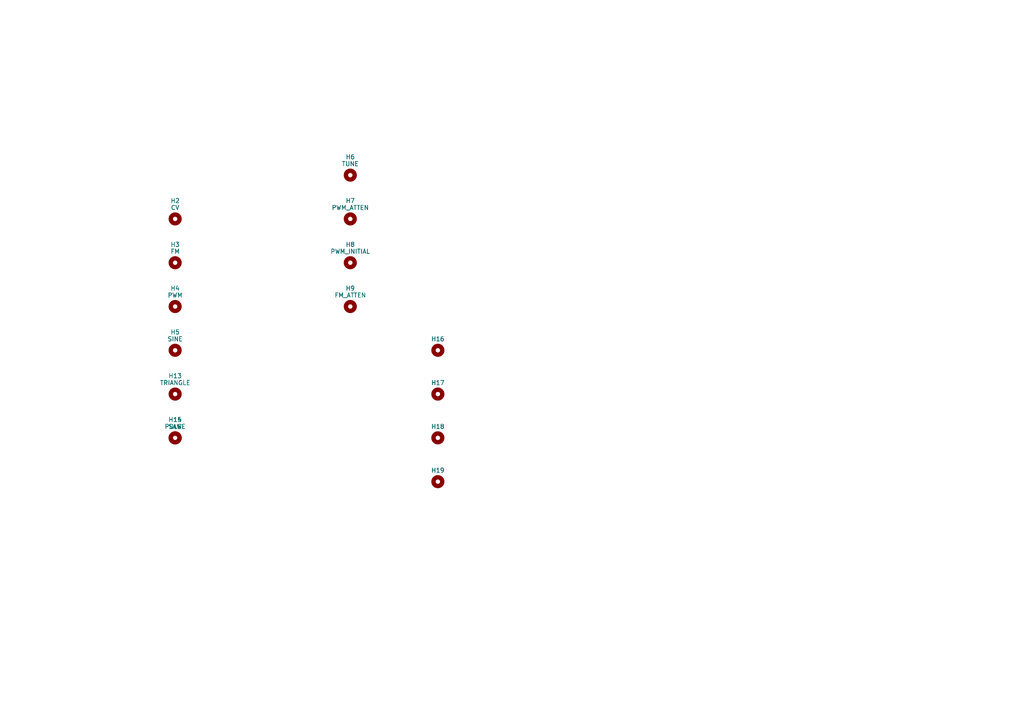
<source format=kicad_sch>
(kicad_sch (version 20211123) (generator "elektron")
  (paper "A4")
  (title_block (title "digital") (date "2023-08-07") (rev "1") (comment 1 "panel circuit") (comment 2 "digital controlled oscillator") (comment 4 "License CC BY 4.0 - Attribution 4.0 International"))
  (lib_symbols
    (symbol "Mechanical:MountingHole" (pin_names (offset 1.016)) (exclude_from_sim yes) (in_bom no)
      (property "Reference" "H" (at 0 5.08 0))
      (property "Value" "MountingHole" (at 0 3.175 0))
      (symbol "MountingHole_0_1"
        (circle (center 0 0) (radius 1.27) (stroke (width 1.27)))
      )
    )
  )
  (symbol (lib_id "Mechanical:MountingHole") (at 50.8 63.5 0) (unit 1) (exclude_from_sim yes) (in_bom no)
    (property "Reference" "H2" (at 50.8 58.23 0))
    (property "Value" "CV" (at 50.8 60.23 0))
    (property "Footprint" elektrophon:panel_jack (effects (hide yes) hide))
    (property "Description" "Mounting Hole without connection" (effects (hide yes)))
    (property "ki_keywords" "mounting hole" (effects (hide yes)))
    (property "ki_fp_filters" "MountingHole*" (effects (hide yes)))
  )
  (symbol (lib_id "Mechanical:MountingHole") (at 50.8 76.2 0) (unit 1) (exclude_from_sim yes) (in_bom no)
    (property "Reference" "H3" (at 50.8 70.93 0))
    (property "Value" "FM" (at 50.8 72.93 0))
    (property "Footprint" elektrophon:panel_jack (effects (hide yes) hide))
    (property "Description" "Mounting Hole without connection" (effects (hide yes)))
    (property "ki_keywords" "mounting hole" (effects (hide yes)))
    (property "ki_fp_filters" "MountingHole*" (effects (hide yes)))
  )
  (symbol (lib_id "Mechanical:MountingHole") (at 50.8 88.9 0) (unit 1) (exclude_from_sim yes) (in_bom no)
    (property "Reference" "H4" (at 50.8 83.63 0))
    (property "Value" "PWM" (at 50.8 85.63 0))
    (property "Footprint" elektrophon:panel_jack (effects (hide yes) hide))
    (property "Description" "Mounting Hole without connection" (effects (hide yes)))
    (property "ki_keywords" "mounting hole" (effects (hide yes)))
    (property "ki_fp_filters" "MountingHole*" (effects (hide yes)))
  )
  (symbol (lib_id "Mechanical:MountingHole") (at 50.8 101.6 0) (unit 1) (exclude_from_sim yes) (in_bom no)
    (property "Reference" "H5" (at 50.8 96.33 0))
    (property "Value" "SINE" (at 50.8 98.33 0))
    (property "Footprint" elektrophon:panel_jack (effects (hide yes) hide))
    (property "Description" "Mounting Hole without connection" (effects (hide yes)))
    (property "ki_keywords" "mounting hole" (effects (hide yes)))
    (property "ki_fp_filters" "MountingHole*" (effects (hide yes)))
  )
  (symbol (lib_id "Mechanical:MountingHole") (at 50.8 114.3 0) (unit 1) (exclude_from_sim yes) (in_bom no)
    (property "Reference" "H13" (at 50.8 109.03 0))
    (property "Value" "TRIANGLE" (at 50.8 111.03 0))
    (property "Footprint" elektrophon:panel_jack (effects (hide yes) hide))
    (property "Description" "Mounting Hole without connection" (effects (hide yes)))
    (property "ki_keywords" "mounting hole" (effects (hide yes)))
    (property "ki_fp_filters" "MountingHole*" (effects (hide yes)))
  )
  (symbol (lib_id "Mechanical:MountingHole") (at 50.8 127 0) (unit 1) (exclude_from_sim yes) (in_bom no)
    (property "Reference" "H14" (at 50.8 121.73 0))
    (property "Value" "SAW" (at 50.8 123.73 0))
    (property "Footprint" elektrophon:panel_jack (effects (hide yes) hide))
    (property "Description" "Mounting Hole without connection" (effects (hide yes)))
    (property "ki_keywords" "mounting hole" (effects (hide yes)))
    (property "ki_fp_filters" "MountingHole*" (effects (hide yes)))
  )
  (symbol (lib_id "Mechanical:MountingHole") (at 50.8 127 0) (unit 1) (exclude_from_sim yes) (in_bom no)
    (property "Reference" "H15" (at 50.8 121.73 0))
    (property "Value" "PULSE" (at 50.8 123.73 0))
    (property "Footprint" elektrophon:panel_jack (effects (hide yes) hide))
    (property "Description" "Mounting Hole without connection" (effects (hide yes)))
    (property "ki_keywords" "mounting hole" (effects (hide yes)))
    (property "ki_fp_filters" "MountingHole*" (effects (hide yes)))
  )
  (symbol (lib_id "Mechanical:MountingHole") (at 101.6 50.8 0) (unit 1) (exclude_from_sim yes) (in_bom no)
    (property "Reference" "H6" (at 101.6 45.53 0))
    (property "Value" "TUNE" (at 101.6 47.53 0))
    (property "Footprint" elektrophon:panel_potentiometer (effects (hide yes) hide))
    (property "Description" "Mounting Hole without connection" (effects (hide yes)))
    (property "ki_keywords" "mounting hole" (effects (hide yes)))
    (property "ki_fp_filters" "MountingHole*" (effects (hide yes)))
  )
  (symbol (lib_id "Mechanical:MountingHole") (at 101.6 63.5 0) (unit 1) (exclude_from_sim yes) (in_bom no)
    (property "Reference" "H7" (at 101.6 58.23 0))
    (property "Value" "PWM_ATTEN" (at 101.6 60.23 0))
    (property "Footprint" elektrophon:panel_potentiometer (effects (hide yes) hide))
    (property "Description" "Mounting Hole without connection" (effects (hide yes)))
    (property "ki_keywords" "mounting hole" (effects (hide yes)))
    (property "ki_fp_filters" "MountingHole*" (effects (hide yes)))
  )
  (symbol (lib_id "Mechanical:MountingHole") (at 101.6 76.2 0) (unit 1) (exclude_from_sim yes) (in_bom no)
    (property "Reference" "H8" (at 101.6 70.93 0))
    (property "Value" "PWM_INITIAL" (at 101.6 72.93 0))
    (property "Footprint" elektrophon:panel_potentiometer (effects (hide yes) hide))
    (property "Description" "Mounting Hole without connection" (effects (hide yes)))
    (property "ki_keywords" "mounting hole" (effects (hide yes)))
    (property "ki_fp_filters" "MountingHole*" (effects (hide yes)))
  )
  (symbol (lib_id "Mechanical:MountingHole") (at 101.6 88.9 0) (unit 1) (exclude_from_sim yes) (in_bom no)
    (property "Reference" "H9" (at 101.6 83.63 0))
    (property "Value" "FM_ATTEN" (at 101.6 85.63 0))
    (property "Footprint" elektrophon:panel_potentiometer (effects (hide yes) hide))
    (property "Description" "Mounting Hole without connection" (effects (hide yes)))
    (property "ki_keywords" "mounting hole" (effects (hide yes)))
    (property "ki_fp_filters" "MountingHole*" (effects (hide yes)))
  )
  (symbol (lib_id "Mechanical:MountingHole") (at 127 101.6 0) (unit 1) (exclude_from_sim yes) (in_bom no)
    (property "Reference" "H16" (at 127 98.33 0))
    (property "Footprint" elektrophon:MountingHole_Panel_3.2mm_M3 (effects (hide yes) hide))
    (property "Description" "Mounting Hole without connection" (effects (hide yes)))
    (property "ki_keywords" "mounting hole" (effects (hide yes)))
    (property "ki_fp_filters" "MountingHole*" (effects (hide yes)))
  )
  (symbol (lib_id "Mechanical:MountingHole") (at 127 114.3 0) (unit 1) (exclude_from_sim yes) (in_bom no)
    (property "Reference" "H17" (at 127 111.03 0))
    (property "Footprint" elektrophon:MountingHole_Panel_3.2mm_M3 (effects (hide yes) hide))
    (property "Description" "Mounting Hole without connection" (effects (hide yes)))
    (property "ki_keywords" "mounting hole" (effects (hide yes)))
    (property "ki_fp_filters" "MountingHole*" (effects (hide yes)))
  )
  (symbol (lib_id "Mechanical:MountingHole") (at 127 127 0) (unit 1) (exclude_from_sim yes) (in_bom no)
    (property "Reference" "H18" (at 127 123.73 0))
    (property "Footprint" elektrophon:MountingHole_Panel_3.2mm_M3 (effects (hide yes) hide))
    (property "Description" "Mounting Hole without connection" (effects (hide yes)))
    (property "ki_keywords" "mounting hole" (effects (hide yes)))
    (property "ki_fp_filters" "MountingHole*" (effects (hide yes)))
  )
  (symbol (lib_id "Mechanical:MountingHole") (at 127 139.7 0) (unit 1) (exclude_from_sim yes) (in_bom no)
    (property "Reference" "H19" (at 127 136.43 0))
    (property "Footprint" elektrophon:MountingHole_Panel_3.2mm_M3 (effects (hide yes) hide))
    (property "Description" "Mounting Hole without connection" (effects (hide yes)))
    (property "ki_keywords" "mounting hole" (effects (hide yes)))
    (property "ki_fp_filters" "MountingHole*" (effects (hide yes)))
  )
)
</source>
